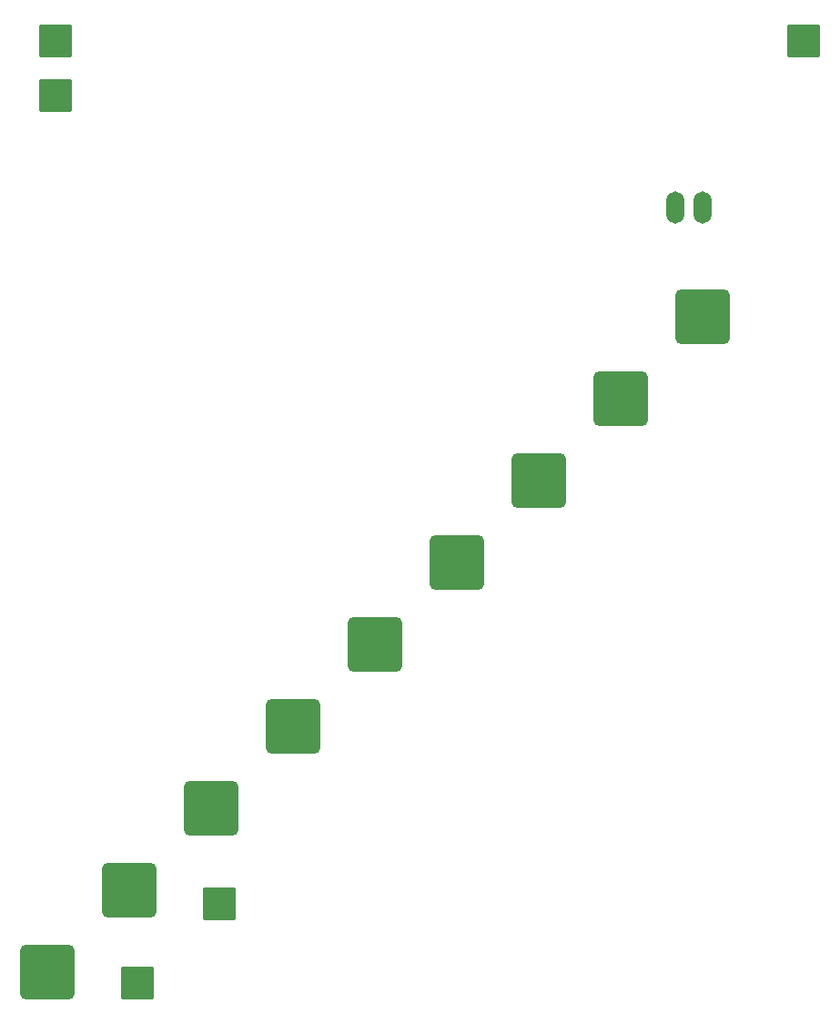
<source format=gts>
G04 #@! TF.GenerationSoftware,KiCad,Pcbnew,(6.0.8-1)-1*
G04 #@! TF.CreationDate,2023-08-14T14:14:11-03:00*
G04 #@! TF.ProjectId,EMMMA-K-v3.1-Slave,454d4d4d-412d-44b2-9d76-332e312d536c,rev?*
G04 #@! TF.SameCoordinates,Original*
G04 #@! TF.FileFunction,Soldermask,Top*
G04 #@! TF.FilePolarity,Negative*
%FSLAX46Y46*%
G04 Gerber Fmt 4.6, Leading zero omitted, Abs format (unit mm)*
G04 Created by KiCad (PCBNEW (6.0.8-1)-1) date 2023-08-14 14:14:11*
%MOMM*%
%LPD*%
G01*
G04 APERTURE LIST*
G04 Aperture macros list*
%AMRoundRect*
0 Rectangle with rounded corners*
0 $1 Rounding radius*
0 $2 $3 $4 $5 $6 $7 $8 $9 X,Y pos of 4 corners*
0 Add a 4 corners polygon primitive as box body*
4,1,4,$2,$3,$4,$5,$6,$7,$8,$9,$2,$3,0*
0 Add four circle primitives for the rounded corners*
1,1,$1+$1,$2,$3*
1,1,$1+$1,$4,$5*
1,1,$1+$1,$6,$7*
1,1,$1+$1,$8,$9*
0 Add four rect primitives between the rounded corners*
20,1,$1+$1,$2,$3,$4,$5,0*
20,1,$1+$1,$4,$5,$6,$7,0*
20,1,$1+$1,$6,$7,$8,$9,0*
20,1,$1+$1,$8,$9,$2,$3,0*%
G04 Aperture macros list end*
%ADD10RoundRect,0.403225X-2.096775X-2.096775X2.096775X-2.096775X2.096775X2.096775X-2.096775X2.096775X0*%
%ADD11RoundRect,0.249999X-1.300001X-1.300001X1.300001X-1.300001X1.300001X1.300001X-1.300001X1.300001X0*%
%ADD12O,1.700000X3.000000*%
G04 APERTURE END LIST*
D10*
X144780000Y-132080000D03*
X160020000Y-116840000D03*
X198120000Y-78740000D03*
D11*
X145542000Y-50546000D03*
D10*
X167640000Y-109220000D03*
D11*
X160782000Y-125730000D03*
D10*
X182880000Y-93980000D03*
X190500000Y-86360000D03*
D11*
X145542000Y-45466000D03*
D10*
X175260000Y-101600000D03*
X152400000Y-124460000D03*
D11*
X215138000Y-45466000D03*
D10*
X205740000Y-71120000D03*
D11*
X153162000Y-133096000D03*
D12*
X205740000Y-60960000D03*
X203200000Y-60960000D03*
M02*

</source>
